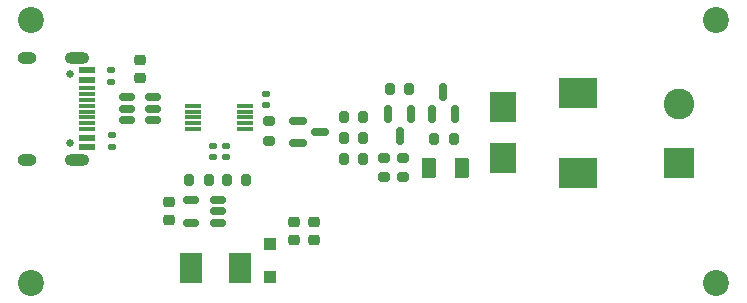
<source format=gbr>
%TF.GenerationSoftware,KiCad,Pcbnew,6.0.4-6f826c9f35~116~ubuntu21.10.1*%
%TF.CreationDate,2022-04-19T16:41:44+02:00*%
%TF.ProjectId,mbus,6d627573-2e6b-4696-9361-645f70636258,rev?*%
%TF.SameCoordinates,Original*%
%TF.FileFunction,Soldermask,Top*%
%TF.FilePolarity,Negative*%
%FSLAX46Y46*%
G04 Gerber Fmt 4.6, Leading zero omitted, Abs format (unit mm)*
G04 Created by KiCad (PCBNEW 6.0.4-6f826c9f35~116~ubuntu21.10.1) date 2022-04-19 16:41:44*
%MOMM*%
%LPD*%
G01*
G04 APERTURE LIST*
G04 Aperture macros list*
%AMRoundRect*
0 Rectangle with rounded corners*
0 $1 Rounding radius*
0 $2 $3 $4 $5 $6 $7 $8 $9 X,Y pos of 4 corners*
0 Add a 4 corners polygon primitive as box body*
4,1,4,$2,$3,$4,$5,$6,$7,$8,$9,$2,$3,0*
0 Add four circle primitives for the rounded corners*
1,1,$1+$1,$2,$3*
1,1,$1+$1,$4,$5*
1,1,$1+$1,$6,$7*
1,1,$1+$1,$8,$9*
0 Add four rect primitives between the rounded corners*
20,1,$1+$1,$2,$3,$4,$5,0*
20,1,$1+$1,$4,$5,$6,$7,0*
20,1,$1+$1,$6,$7,$8,$9,0*
20,1,$1+$1,$8,$9,$2,$3,0*%
G04 Aperture macros list end*
%ADD10C,0.650000*%
%ADD11R,1.450000X0.600000*%
%ADD12R,1.450000X0.300000*%
%ADD13O,2.100000X1.000000*%
%ADD14O,1.600000X1.000000*%
%ADD15C,2.200000*%
%ADD16RoundRect,0.150000X0.150000X-0.587500X0.150000X0.587500X-0.150000X0.587500X-0.150000X-0.587500X0*%
%ADD17RoundRect,0.150000X0.512500X0.150000X-0.512500X0.150000X-0.512500X-0.150000X0.512500X-0.150000X0*%
%ADD18RoundRect,0.140000X0.170000X-0.140000X0.170000X0.140000X-0.170000X0.140000X-0.170000X-0.140000X0*%
%ADD19RoundRect,0.150000X-0.512500X-0.150000X0.512500X-0.150000X0.512500X0.150000X-0.512500X0.150000X0*%
%ADD20RoundRect,0.200000X0.200000X0.275000X-0.200000X0.275000X-0.200000X-0.275000X0.200000X-0.275000X0*%
%ADD21RoundRect,0.135000X0.185000X-0.135000X0.185000X0.135000X-0.185000X0.135000X-0.185000X-0.135000X0*%
%ADD22R,1.900000X2.500000*%
%ADD23RoundRect,0.250000X-0.375000X-0.625000X0.375000X-0.625000X0.375000X0.625000X-0.375000X0.625000X0*%
%ADD24RoundRect,0.140000X-0.170000X0.140000X-0.170000X-0.140000X0.170000X-0.140000X0.170000X0.140000X0*%
%ADD25RoundRect,0.218750X-0.256250X0.218750X-0.256250X-0.218750X0.256250X-0.218750X0.256250X0.218750X0*%
%ADD26RoundRect,0.225000X0.250000X-0.225000X0.250000X0.225000X-0.250000X0.225000X-0.250000X-0.225000X0*%
%ADD27R,1.100000X1.100000*%
%ADD28RoundRect,0.200000X-0.275000X0.200000X-0.275000X-0.200000X0.275000X-0.200000X0.275000X0.200000X0*%
%ADD29R,2.300000X2.500000*%
%ADD30RoundRect,0.200000X-0.200000X-0.275000X0.200000X-0.275000X0.200000X0.275000X-0.200000X0.275000X0*%
%ADD31R,2.600000X2.600000*%
%ADD32C,2.600000*%
%ADD33RoundRect,0.150000X-0.587500X-0.150000X0.587500X-0.150000X0.587500X0.150000X-0.587500X0.150000X0*%
%ADD34RoundRect,0.200000X0.275000X-0.200000X0.275000X0.200000X-0.275000X0.200000X-0.275000X-0.200000X0*%
%ADD35R,1.400000X0.300000*%
%ADD36R,3.300000X2.500000*%
%ADD37RoundRect,0.150000X-0.150000X0.587500X-0.150000X-0.587500X0.150000X-0.587500X0.150000X0.587500X0*%
%ADD38RoundRect,0.135000X-0.185000X0.135000X-0.185000X-0.135000X0.185000X-0.135000X0.185000X0.135000X0*%
G04 APERTURE END LIST*
D10*
%TO.C,J1*%
X49100000Y-79390000D03*
X49100000Y-73610000D03*
D11*
X50545000Y-73250000D03*
X50545000Y-74050000D03*
D12*
X50545000Y-75250000D03*
X50545000Y-76250000D03*
X50545000Y-76750000D03*
X50545000Y-77750000D03*
D11*
X50545000Y-78950000D03*
X50545000Y-79750000D03*
X50545000Y-79750000D03*
X50545000Y-78950000D03*
D12*
X50545000Y-78250000D03*
X50545000Y-77250000D03*
X50545000Y-75750000D03*
X50545000Y-74750000D03*
D11*
X50545000Y-74050000D03*
X50545000Y-73250000D03*
D13*
X49630000Y-72180000D03*
D14*
X45450000Y-72180000D03*
X45450000Y-80820000D03*
D13*
X49630000Y-80820000D03*
%TD*%
D15*
%TO.C,H4*%
X45780000Y-69020000D03*
%TD*%
D16*
%TO.C,Q3*%
X79725000Y-76975000D03*
X81625000Y-76975000D03*
X80675000Y-75100000D03*
%TD*%
D17*
%TO.C,U1*%
X61562500Y-86150000D03*
X61562500Y-85200000D03*
X61562500Y-84250000D03*
X59287500Y-84250000D03*
X59287500Y-86150000D03*
%TD*%
D18*
%TO.C,C6*%
X65700000Y-76230000D03*
X65700000Y-75270000D03*
%TD*%
D19*
%TO.C,U2*%
X53862500Y-75550000D03*
X53862500Y-76500000D03*
X53862500Y-77450000D03*
X56137500Y-77450000D03*
X56137500Y-76500000D03*
X56137500Y-75550000D03*
%TD*%
D20*
%TO.C,R12*%
X77800000Y-74850000D03*
X76150000Y-74850000D03*
%TD*%
%TO.C,R8*%
X73900000Y-80750000D03*
X72250000Y-80750000D03*
%TD*%
D21*
%TO.C,R1*%
X52600000Y-79785000D03*
X52600000Y-78765000D03*
%TD*%
D22*
%TO.C,L1*%
X59325000Y-90025000D03*
X63425000Y-90025000D03*
%TD*%
D20*
%TO.C,R10*%
X73900000Y-79000000D03*
X72250000Y-79000000D03*
%TD*%
D15*
%TO.C,H1*%
X45780000Y-91250000D03*
%TD*%
D23*
%TO.C,F2*%
X79425000Y-81500000D03*
X82225000Y-81500000D03*
%TD*%
D24*
%TO.C,C4*%
X61150000Y-79670000D03*
X61150000Y-80630000D03*
%TD*%
D25*
%TO.C,F1*%
X54975000Y-72362500D03*
X54975000Y-73937500D03*
%TD*%
D26*
%TO.C,C2*%
X68075000Y-87650000D03*
X68075000Y-86100000D03*
%TD*%
D27*
%TO.C,D1*%
X66000000Y-87950000D03*
X66000000Y-90750000D03*
%TD*%
D28*
%TO.C,R6*%
X65950000Y-77575000D03*
X65950000Y-79225000D03*
%TD*%
D29*
%TO.C,D2*%
X85750000Y-76375000D03*
X85750000Y-80675000D03*
%TD*%
D20*
%TO.C,R4*%
X60800000Y-82550000D03*
X59150000Y-82550000D03*
%TD*%
D26*
%TO.C,C3*%
X69750000Y-87650000D03*
X69750000Y-86100000D03*
%TD*%
D30*
%TO.C,R11*%
X79900000Y-79050000D03*
X81550000Y-79050000D03*
%TD*%
D31*
%TO.C,J2*%
X100650000Y-81075000D03*
D32*
X100650000Y-76075000D03*
%TD*%
D15*
%TO.C,H2*%
X103780000Y-69020000D03*
%TD*%
D33*
%TO.C,Q1*%
X68387500Y-77550000D03*
X68387500Y-79450000D03*
X70262500Y-78500000D03*
%TD*%
D34*
%TO.C,R7*%
X75675000Y-82325000D03*
X75675000Y-80675000D03*
%TD*%
D24*
%TO.C,C5*%
X62300000Y-79670000D03*
X62300000Y-80630000D03*
%TD*%
D35*
%TO.C,U3*%
X59450000Y-76250000D03*
X59450000Y-76750000D03*
X59450000Y-77250000D03*
X59450000Y-77750000D03*
X59450000Y-78250000D03*
X63850000Y-78250000D03*
X63850000Y-77750000D03*
X63850000Y-77250000D03*
X63850000Y-76750000D03*
X63850000Y-76250000D03*
%TD*%
D36*
%TO.C,D3*%
X92100000Y-81950000D03*
X92100000Y-75150000D03*
%TD*%
D20*
%TO.C,R3*%
X64000000Y-82550000D03*
X62350000Y-82550000D03*
%TD*%
D34*
%TO.C,R9*%
X77275000Y-82325000D03*
X77275000Y-80675000D03*
%TD*%
D30*
%TO.C,R5*%
X72250000Y-77250000D03*
X73900000Y-77250000D03*
%TD*%
D37*
%TO.C,Q2*%
X77925000Y-76937500D03*
X76025000Y-76937500D03*
X76975000Y-78812500D03*
%TD*%
D15*
%TO.C,H3*%
X103780000Y-91250000D03*
%TD*%
D38*
%TO.C,R2*%
X52575000Y-73240000D03*
X52575000Y-74260000D03*
%TD*%
D26*
%TO.C,C1*%
X57475000Y-85975000D03*
X57475000Y-84425000D03*
%TD*%
M02*

</source>
